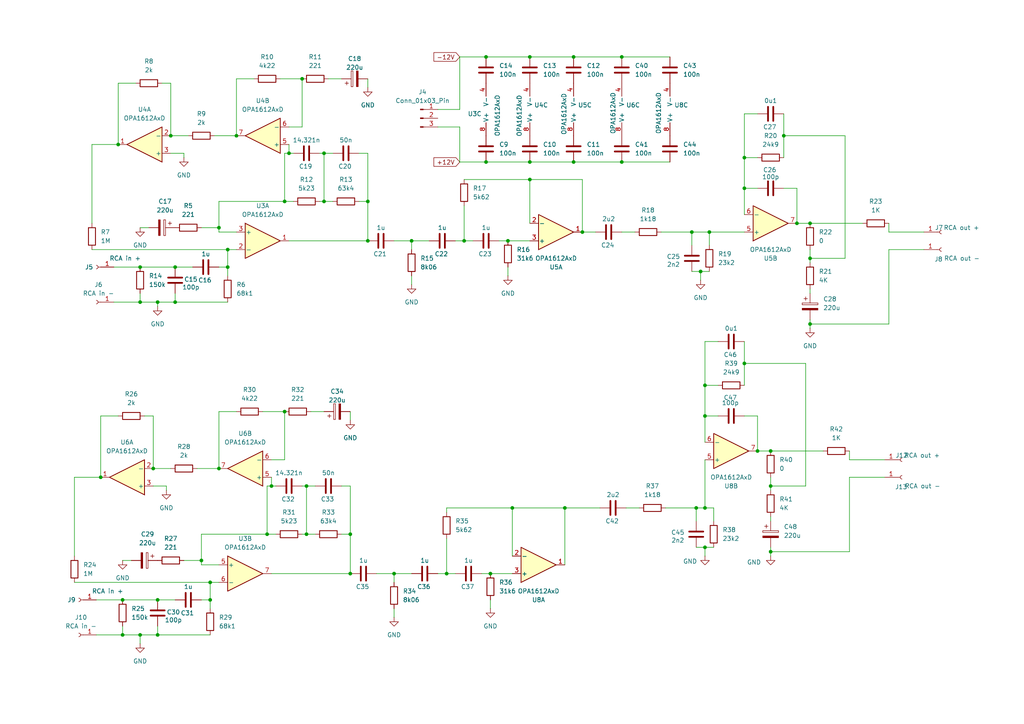
<source format=kicad_sch>
(kicad_sch (version 20250114) (generator "eeschema") (generator_version "9.0")
  (paper "A4")
  (title_block (title "PHONO PREAMP") (date "2025-08-05") (rev "1.0") (company "Chapuzas S.L."))
  (junction (at 40.64 184.15))
  (junction (at 93.98 44.45))
  (junction (at 88.9 154.94))
  (junction (at 106.68 58.42))
  (junction (at 50.8 87.63))
  (junction (at 204.47 158.75))
  (junction (at 82.55 58.42))
  (junction (at 153.67 52.07))
  (junction (at 119.38 69.85))
  (junction (at 49.53 39.37))
  (junction (at 205.74 67.31))
  (junction (at 134.62 69.85))
  (junction (at 147.32 69.85))
  (junction (at 234.95 64.77))
  (junction (at 44.45 135.89))
  (junction (at 215.9 54.61))
  (junction (at 166.37 46.99))
  (junction (at 140.97 46.99))
  (junction (at 234.95 93.98))
  (junction (at 83.82 44.45))
  (junction (at 66.04 72.39))
  (junction (at 180.34 46.99))
  (junction (at 153.67 46.99))
  (junction (at 35.56 173.99))
  (junction (at 66.04 77.47))
  (junction (at 60.96 173.99))
  (junction (at 153.67 16.51))
  (junction (at 45.72 87.63))
  (junction (at 204.47 120.65))
  (junction (at 163.83 147.32))
  (junction (at 34.29 41.91))
  (junction (at 78.74 140.97))
  (junction (at 215.9 45.72))
  (junction (at 168.91 67.31))
  (junction (at 68.58 39.37))
  (junction (at 45.72 184.15))
  (junction (at 40.64 77.47))
  (junction (at 77.47 154.94))
  (junction (at 63.5 135.89))
  (junction (at 58.42 162.56))
  (junction (at 201.93 147.32))
  (junction (at 203.2 78.74))
  (junction (at 50.8 77.47))
  (junction (at 166.37 16.51))
  (junction (at 129.54 166.37))
  (junction (at 60.96 168.91))
  (junction (at 63.5 66.04))
  (junction (at 231.14 64.77))
  (junction (at 219.71 130.81))
  (junction (at 88.9 140.97))
  (junction (at 101.6 154.94))
  (junction (at 200.66 67.31))
  (junction (at 148.59 147.32))
  (junction (at 223.52 160.02))
  (junction (at 204.47 147.32))
  (junction (at 227.33 39.37))
  (junction (at 223.52 140.97))
  (junction (at 82.55 119.38))
  (junction (at 234.95 74.93))
  (junction (at 180.34 16.51))
  (junction (at 45.72 173.99))
  (junction (at 140.97 16.51))
  (junction (at 87.63 22.86))
  (junction (at 106.68 69.85))
  (junction (at 142.24 166.37))
  (junction (at 101.6 166.37))
  (junction (at 29.21 138.43))
  (junction (at 223.52 130.81))
  (junction (at 93.98 58.42))
  (junction (at 215.9 105.41))
  (junction (at 204.47 111.76))
  (junction (at 35.56 184.15))
  (junction (at 40.64 87.63))
  (junction (at 114.3 166.37))
  (wire (pts (xy 168.91 67.31) (xy 172.72 67.31)))
  (wire (pts (xy 63.5 58.42) (xy 82.55 58.42)))
  (wire (pts (xy 208.28 99.06) (xy 204.47 99.06)))
  (wire (pts (xy 234.95 92.71) (xy 234.95 93.98)))
  (wire (pts (xy 133.35 16.51) (xy 133.35 31.75)))
  (wire (pts (xy 63.5 77.47) (xy 66.04 77.47)))
  (wire (pts (xy 215.9 45.72) (xy 219.71 45.72)))
  (wire (pts (xy 234.95 64.77) (xy 250.19 64.77)))
  (wire (pts (xy 208.28 120.65) (xy 204.47 120.65)))
  (wire (pts (xy 29.21 120.65) (xy 29.21 138.43)))
  (wire (pts (xy 147.32 77.47) (xy 147.32 80.01)))
  (wire (pts (xy 44.45 135.89) (xy 44.45 120.65)))
  (wire (pts (xy 35.56 181.61) (xy 35.56 184.15)))
  (wire (pts (xy 106.68 58.42) (xy 104.14 58.42)))
  (wire (pts (xy 203.2 78.74) (xy 205.74 78.74)))
  (wire (pts (xy 219.71 54.61) (xy 215.9 54.61)))
  (wire (pts (xy 49.53 24.13) (xy 46.99 24.13)))
  (wire (pts (xy 58.42 163.83) (xy 58.42 162.56)))
  (wire (pts (xy 50.8 85.09) (xy 50.8 87.63)))
  (wire (pts (xy 66.04 72.39) (xy 66.04 77.47)))
  (wire (pts (xy 119.38 69.85) (xy 119.38 72.39)))
  (wire (pts (xy 62.23 39.37) (xy 68.58 39.37)))
  (wire (pts (xy 204.47 120.65) (xy 204.47 128.27)))
  (wire (pts (xy 88.9 154.94) (xy 91.44 154.94)))
  (wire (pts (xy 246.38 138.43) (xy 246.38 160.02)))
  (wire (pts (xy 215.9 33.02) (xy 215.9 45.72)))
  (wire (pts (xy 26.67 72.39) (xy 66.04 72.39)))
  (wire (pts (xy 129.54 156.21) (xy 129.54 166.37)))
  (wire (pts (xy 49.53 44.45) (xy 53.34 44.45)))
  (wire (pts (xy 33.02 77.47) (xy 40.64 77.47)))
  (wire (pts (xy 223.52 140.97) (xy 223.52 142.24)))
  (wire (pts (xy 82.55 133.35) (xy 82.55 119.38)))
  (wire (pts (xy 257.81 67.31) (xy 257.81 64.77)))
  (wire (pts (xy 106.68 69.85) (xy 106.68 58.42)))
  (wire (pts (xy 129.54 166.37) (xy 132.08 166.37)))
  (wire (pts (xy 233.68 140.97) (xy 223.52 140.97)))
  (wire (pts (xy 153.67 52.07) (xy 168.91 52.07)))
  (wire (pts (xy 204.47 133.35) (xy 204.47 147.32)))
  (wire (pts (xy 148.59 147.32) (xy 163.83 147.32)))
  (wire (pts (xy 78.74 166.37) (xy 101.6 166.37)))
  (wire (pts (xy 48.26 140.97) (xy 48.26 142.24)))
  (wire (pts (xy 40.64 66.04) (xy 43.18 66.04)))
  (wire (pts (xy 50.8 77.47) (xy 55.88 77.47)))
  (wire (pts (xy 44.45 135.89) (xy 49.53 135.89)))
  (wire (pts (xy 201.93 147.32) (xy 201.93 151.13)))
  (wire (pts (xy 80.01 140.97) (xy 78.74 140.97)))
  (wire (pts (xy 82.55 44.45) (xy 82.55 58.42)))
  (wire (pts (xy 219.71 130.81) (xy 223.52 130.81)))
  (wire (pts (xy 58.42 154.94) (xy 77.47 154.94)))
  (wire (pts (xy 153.67 52.07) (xy 153.67 64.77)))
  (wire (pts (xy 127 166.37) (xy 129.54 166.37)))
  (wire (pts (xy 57.15 135.89) (xy 63.5 135.89)))
  (wire (pts (xy 101.6 166.37) (xy 101.6 154.94)))
  (wire (pts (xy 53.34 162.56) (xy 58.42 162.56)))
  (wire (pts (xy 231.14 64.77) (xy 234.95 64.77)))
  (wire (pts (xy 234.95 83.82) (xy 234.95 85.09)))
  (wire (pts (xy 231.14 54.61) (xy 231.14 64.77)))
  (wire (pts (xy 148.59 147.32) (xy 148.59 161.29)))
  (wire (pts (xy 233.68 105.41) (xy 233.68 140.97)))
  (wire (pts (xy 101.6 140.97) (xy 99.06 140.97)))
  (wire (pts (xy 133.35 46.99) (xy 140.97 46.99)))
  (wire (pts (xy 234.95 72.39) (xy 234.95 74.93)))
  (wire (pts (xy 87.63 140.97) (xy 88.9 140.97)))
  (wire (pts (xy 134.62 59.69) (xy 134.62 69.85)))
  (wire (pts (xy 88.9 140.97) (xy 91.44 140.97)))
  (wire (pts (xy 204.47 158.75) (xy 204.47 161.29)))
  (wire (pts (xy 40.64 77.47) (xy 50.8 77.47)))
  (wire (pts (xy 181.61 147.32) (xy 185.42 147.32)))
  (wire (pts (xy 166.37 16.51) (xy 180.34 16.51)))
  (wire (pts (xy 200.66 67.31) (xy 200.66 71.12)))
  (wire (pts (xy 63.5 67.31) (xy 68.58 67.31)))
  (wire (pts (xy 83.82 69.85) (xy 106.68 69.85)))
  (wire (pts (xy 215.9 45.72) (xy 215.9 54.61)))
  (wire (pts (xy 168.91 52.07) (xy 168.91 67.31)))
  (wire (pts (xy 134.62 69.85) (xy 137.16 69.85)))
  (wire (pts (xy 234.95 74.93) (xy 234.95 76.2)))
  (wire (pts (xy 223.52 160.02) (xy 223.52 161.29)))
  (wire (pts (xy 267.97 67.31) (xy 257.81 67.31)))
  (wire (pts (xy 207.01 151.13) (xy 207.01 147.32)))
  (wire (pts (xy 106.68 44.45) (xy 106.68 58.42)))
  (wire (pts (xy 77.47 154.94) (xy 80.01 154.94)))
  (wire (pts (xy 60.96 168.91) (xy 60.96 173.99)))
  (wire (pts (xy 21.59 138.43) (xy 29.21 138.43)))
  (wire (pts (xy 60.96 176.53) (xy 60.96 173.99)))
  (wire (pts (xy 219.71 33.02) (xy 215.9 33.02)))
  (wire (pts (xy 140.97 16.51) (xy 133.35 16.51)))
  (wire (pts (xy 267.97 72.39) (xy 257.81 72.39)))
  (wire (pts (xy 256.54 138.43) (xy 246.38 138.43)))
  (wire (pts (xy 34.29 120.65) (xy 29.21 120.65)))
  (wire (pts (xy 26.67 41.91) (xy 26.67 64.77)))
  (wire (pts (xy 200.66 78.74) (xy 203.2 78.74)))
  (wire (pts (xy 203.2 78.74) (xy 203.2 81.28)))
  (wire (pts (xy 101.6 119.38) (xy 101.6 121.92)))
  (wire (pts (xy 76.2 119.38) (xy 82.55 119.38)))
  (wire (pts (xy 215.9 105.41) (xy 233.68 105.41)))
  (wire (pts (xy 227.33 39.37) (xy 227.33 45.72)))
  (wire (pts (xy 90.17 119.38) (xy 93.98 119.38)))
  (wire (pts (xy 63.5 58.42) (xy 63.5 66.04)))
  (wire (pts (xy 114.3 166.37) (xy 119.38 166.37)))
  (wire (pts (xy 191.77 67.31) (xy 200.66 67.31)))
  (wire (pts (xy 49.53 39.37) (xy 54.61 39.37)))
  (wire (pts (xy 66.04 80.01) (xy 66.04 77.47)))
  (wire (pts (xy 27.94 173.99) (xy 35.56 173.99)))
  (wire (pts (xy 147.32 69.85) (xy 153.67 69.85)))
  (wire (pts (xy 166.37 46.99) (xy 180.34 46.99)))
  (wire (pts (xy 223.52 149.86) (xy 223.52 151.13)))
  (wire (pts (xy 205.74 67.31) (xy 215.9 67.31)))
  (wire (pts (xy 223.52 138.43) (xy 223.52 140.97)))
  (wire (pts (xy 26.67 41.91) (xy 34.29 41.91)))
  (wire (pts (xy 134.62 52.07) (xy 153.67 52.07)))
  (wire (pts (xy 133.35 36.83) (xy 127 36.83)))
  (wire (pts (xy 83.82 44.45) (xy 82.55 44.45)))
  (wire (pts (xy 85.09 44.45) (xy 83.82 44.45)))
  (wire (pts (xy 153.67 46.99) (xy 166.37 46.99)))
  (wire (pts (xy 50.8 87.63) (xy 66.04 87.63)))
  (wire (pts (xy 204.47 111.76) (xy 204.47 120.65)))
  (wire (pts (xy 27.94 184.15) (xy 35.56 184.15)))
  (wire (pts (xy 44.45 140.97) (xy 48.26 140.97)))
  (wire (pts (xy 201.93 158.75) (xy 204.47 158.75)))
  (wire (pts (xy 35.56 162.56) (xy 38.1 162.56)))
  (wire (pts (xy 101.6 140.97) (xy 101.6 154.94)))
  (wire (pts (xy 109.22 166.37) (xy 114.3 166.37)))
  (wire (pts (xy 21.59 138.43) (xy 21.59 161.29)))
  (wire (pts (xy 21.59 168.91) (xy 60.96 168.91)))
  (wire (pts (xy 73.66 22.86) (xy 68.58 22.86)))
  (wire (pts (xy 45.72 173.99) (xy 50.8 173.99)))
  (wire (pts (xy 40.64 87.63) (xy 45.72 87.63)))
  (wire (pts (xy 114.3 176.53) (xy 114.3 179.07)))
  (wire (pts (xy 39.37 24.13) (xy 34.29 24.13)))
  (wire (pts (xy 119.38 69.85) (xy 124.46 69.85)))
  (wire (pts (xy 132.08 69.85) (xy 134.62 69.85)))
  (wire (pts (xy 227.33 39.37) (xy 245.11 39.37)))
  (wire (pts (xy 133.35 31.75) (xy 127 31.75)))
  (wire (pts (xy 68.58 119.38) (xy 63.5 119.38)))
  (wire (pts (xy 58.42 154.94) (xy 58.42 162.56)))
  (wire (pts (xy 256.54 133.35) (xy 246.38 133.35)))
  (wire (pts (xy 53.34 44.45) (xy 53.34 45.72)))
  (wire (pts (xy 34.29 24.13) (xy 34.29 41.91)))
  (wire (pts (xy 227.33 54.61) (xy 231.14 54.61)))
  (wire (pts (xy 63.5 67.31) (xy 63.5 66.04)))
  (wire (pts (xy 223.52 158.75) (xy 223.52 160.02)))
  (wire (pts (xy 50.8 87.63) (xy 45.72 87.63)))
  (wire (pts (xy 77.47 140.97) (xy 77.47 154.94)))
  (wire (pts (xy 142.24 166.37) (xy 148.59 166.37)))
  (wire (pts (xy 95.25 22.86) (xy 99.06 22.86)))
  (wire (pts (xy 180.34 67.31) (xy 184.15 67.31)))
  (wire (pts (xy 83.82 36.83) (xy 87.63 36.83)))
  (wire (pts (xy 215.9 99.06) (xy 215.9 105.41)))
  (wire (pts (xy 92.71 44.45) (xy 93.98 44.45)))
  (wire (pts (xy 81.28 22.86) (xy 87.63 22.86)))
  (wire (pts (xy 205.74 67.31) (xy 200.66 67.31)))
  (wire (pts (xy 180.34 16.51) (xy 194.31 16.51)))
  (wire (pts (xy 204.47 147.32) (xy 201.93 147.32)))
  (wire (pts (xy 204.47 99.06) (xy 204.47 111.76)))
  (wire (pts (xy 207.01 147.32) (xy 204.47 147.32)))
  (wire (pts (xy 68.58 22.86) (xy 68.58 39.37)))
  (wire (pts (xy 114.3 69.85) (xy 119.38 69.85)))
  (wire (pts (xy 234.95 93.98) (xy 234.95 95.25)))
  (wire (pts (xy 35.56 173.99) (xy 45.72 173.99)))
  (wire (pts (xy 93.98 44.45) (xy 93.98 58.42)))
  (wire (pts (xy 163.83 147.32) (xy 163.83 163.83)))
  (wire (pts (xy 245.11 74.93) (xy 234.95 74.93)))
  (wire (pts (xy 139.7 166.37) (xy 142.24 166.37)))
  (wire (pts (xy 92.71 58.42) (xy 93.98 58.42)))
  (wire (pts (xy 78.74 138.43) (xy 78.74 140.97)))
  (wire (pts (xy 223.52 130.81) (xy 238.76 130.81)))
  (wire (pts (xy 63.5 119.38) (xy 63.5 135.89)))
  (wire (pts (xy 40.64 85.09) (xy 40.64 87.63)))
  (wire (pts (xy 204.47 111.76) (xy 208.28 111.76)))
  (wire (pts (xy 119.38 80.01) (xy 119.38 82.55)))
  (wire (pts (xy 114.3 166.37) (xy 114.3 168.91)))
  (wire (pts (xy 58.42 66.04) (xy 63.5 66.04)))
  (wire (pts (xy 205.74 71.12) (xy 205.74 67.31)))
  (wire (pts (xy 215.9 54.61) (xy 215.9 62.23)))
  (wire (pts (xy 106.68 44.45) (xy 104.14 44.45)))
  (wire (pts (xy 40.64 184.15) (xy 40.64 186.69)))
  (wire (pts (xy 35.56 184.15) (xy 40.64 184.15)))
  (wire (pts (xy 106.68 22.86) (xy 106.68 25.4)))
  (wire (pts (xy 93.98 44.45) (xy 96.52 44.45)))
  (wire (pts (xy 219.71 120.65) (xy 219.71 130.81)))
  (wire (pts (xy 45.72 184.15) (xy 40.64 184.15)))
  (wire (pts (xy 93.98 58.42) (xy 96.52 58.42)))
  (wire (pts (xy 33.02 87.63) (xy 40.64 87.63)))
  (wire (pts (xy 83.82 41.91) (xy 83.82 44.45)))
  (wire (pts (xy 257.81 72.39) (xy 257.81 93.98)))
  (wire (pts (xy 215.9 105.41) (xy 215.9 111.76)))
  (wire (pts (xy 45.72 181.61) (xy 45.72 184.15)))
  (wire (pts (xy 215.9 120.65) (xy 219.71 120.65)))
  (wire (pts (xy 101.6 154.94) (xy 99.06 154.94)))
  (wire (pts (xy 142.24 173.99) (xy 142.24 176.53)))
  (wire (pts (xy 133.35 36.83) (xy 133.35 46.99)))
  (wire (pts (xy 82.55 58.42) (xy 85.09 58.42)))
  (wire (pts (xy 245.11 39.37) (xy 245.11 74.93)))
  (wire (pts (xy 63.5 168.91) (xy 60.96 168.91)))
  (wire (pts (xy 87.63 154.94) (xy 88.9 154.94)))
  (wire (pts (xy 68.58 72.39) (xy 66.04 72.39)))
  (wire (pts (xy 140.97 46.99) (xy 153.67 46.99)))
  (wire (pts (xy 44.45 120.65) (xy 41.91 120.65)))
  (wire (pts (xy 49.53 39.37) (xy 49.53 24.13)))
  (wire (pts (xy 129.54 147.32) (xy 129.54 148.59)))
  (wire (pts (xy 58.42 163.83) (xy 63.5 163.83)))
  (wire (pts (xy 129.54 147.32) (xy 148.59 147.32)))
  (wire (pts (xy 45.72 87.63) (xy 45.72 88.9)))
  (wire (pts (xy 58.42 173.99) (xy 60.96 173.99)))
  (wire (pts (xy 78.74 140.97) (xy 77.47 140.97)))
  (wire (pts (xy 153.67 16.51) (xy 166.37 16.51)))
  (wire (pts (xy 227.33 33.02) (xy 227.33 39.37)))
  (wire (pts (xy 180.34 46.99) (xy 194.31 46.99)))
  (wire (pts (xy 163.83 147.32) (xy 173.99 147.32)))
  (wire (pts (xy 45.72 184.15) (xy 60.96 184.15)))
  (wire (pts (xy 193.04 147.32) (xy 201.93 147.32)))
  (wire (pts (xy 78.74 133.35) (xy 82.55 133.35)))
  (wire (pts (xy 88.9 140.97) (xy 88.9 154.94)))
  (wire (pts (xy 140.97 16.51) (xy 153.67 16.51)))
  (wire (pts (xy 87.63 36.83) (xy 87.63 22.86)))
  (wire (pts (xy 246.38 160.02) (xy 223.52 160.02)))
  (wire (pts (xy 257.81 93.98) (xy 234.95 93.98)))
  (wire (pts (xy 246.38 133.35) (xy 246.38 130.81)))
  (wire (pts (xy 204.47 158.75) (xy 207.01 158.75)))
  (wire (pts (xy 144.78 69.85) (xy 147.32 69.85)))
  (global_label "-12V" (shape input) (at 133.35 16.51 180) (property "Intersheetrefs" "${INTERSHEET_REFS}" (effects (hide yes))))
  (global_label "+12V" (shape input) (at 133.35 46.99 180) (property "Intersheetrefs" "${INTERSHEET_REFS}" (effects (hide yes))))
  (symbol (lib_id "Device:R") (at 53.34 135.89 270) (unit 1)
    (property "Reference" "R28" (at 53.34 129.54 90))
    (property "Value" "2k" (at 53.34 132.08 90))
    (property "Footprint" "Resistor_SMD:R_0805_2012Metric_Pad1.20x1.40mm_HandSolder" (effects (hide yes)))
    (property "Description" "Resistor" (effects (hide yes)))
  )
  (symbol (lib_id "power:GND") (at 101.6 121.92 0) (unit 1)
    (property "Reference" "#PWR013" (effects (hide yes)))
    (property "Value" "GND" (at 101.6 127 0))
    (property "Description" "Power symbol creates a global label with name \"GND\" , ground" (effects (hide yes)))
  )
  (symbol (lib_id "power:GND") (at 48.26 142.24 0) (unit 1)
    (property "Reference" "#PWR012" (effects (hide yes)))
    (property "Value" "GND" (at 48.26 147.32 0))
    (property "Description" "Power symbol creates a global label with name \"GND\" , ground" (effects (hide yes)))
  )
  (symbol (lib_id "Device:R") (at 88.9 58.42 270) (unit 1)
    (property "Reference" "R12" (at 88.9 52.07 90))
    (property "Value" "5k23" (at 88.9 54.61 90))
    (property "Footprint" "Resistor_SMD:R_0805_2012Metric_Pad1.20x1.40mm_HandSolder" (effects (hide yes)))
    (property "Description" "Resistor" (effects (hide yes)))
  )
  (symbol (lib_id "Connector:Conn_01x01_Socket") (at 261.62 133.35 0) (unit 1)
    (property "Reference" "J12" (at 259.7149 132.08 0) (effects (justify left)))
    (property "Value" "RCA out +" (at 262.2549 132.08 0) (effects (justify left)))
    (property "Footprint" "Connector_Wire:SolderWire-0.5sqmm_1x01_D0.9mm_OD2.1mm" (effects (hide yes)))
    (property "Description" "Generic connector, single row, 01x01, script generated" (effects (hide yes)))
  )
  (symbol (lib_id "power:GND") (at 234.95 95.25 0) (unit 1)
    (property "Reference" "#PWR09" (effects (hide yes)))
    (property "Value" "GND" (at 234.95 100.33 0))
    (property "Description" "Power symbol creates a global label with name \"GND\" , ground" (effects (hide yes)))
  )
  (symbol (lib_id "Device:C") (at 83.82 140.97 90) (unit 1)
    (property "Reference" "C32" (at 83.566 144.78 90))
    (property "Value" "14.321n" (at 83.82 137.16 90))
    (property "Footprint" "Capacitor_SMD:C_0805_2012Metric_Pad1.18x1.45mm_HandSolder" (effects (hide yes)))
    (property "Description" "Unpolarized capacitor" (effects (hide yes)))
  )
  (symbol (lib_id "Device:R") (at 205.74 74.93 180) (unit 1)
    (property "Reference" "R19" (at 208.28 73.6599 0) (effects (justify right)))
    (property "Value" "23k2" (at 208.28 76.1999 0) (effects (justify right)))
    (property "Footprint" "Resistor_SMD:R_0805_2012Metric_Pad1.20x1.40mm_HandSolder" (effects (hide yes)))
    (property "Description" "Resistor" (effects (hide yes)))
  )
  (symbol (lib_id "Device:R") (at 49.53 162.56 90) (unit 1)
    (property "Reference" "R27" (at 49.53 156.21 90))
    (property "Value" "221" (at 49.53 158.75 90))
    (property "Footprint" "Resistor_SMD:R_0805_2012Metric_Pad1.20x1.40mm_HandSolder" (effects (hide yes)))
    (property "Description" "Resistor" (effects (hide yes)))
  )
  (symbol (lib_id "Amplifier_Operational:OPA1612AxD") (at 36.83 138.43 180) (unit 1)
    (property "Reference" "U6" (at 36.83 128.27 0))
    (property "Value" "OPA1612AxD" (at 36.83 130.81 0))
    (property "Footprint" "Package_SO:SOIC-8_3.9x4.9mm_P1.27mm" (effects (hide yes)))
    (property "Datasheet" "http://www.ti.com/lit/ds/symlink/opa1612.pdf" (effects (hide yes)))
    (property "Description" "Dual SoundPlus High Performance, Bipolar-Input Audio Operational Amplifiers, SOIC-8" (effects (hide yes)))
  )
  (symbol (lib_id "Amplifier_Operational:OPA1612AxD") (at 71.12 135.89 180) (unit 2)
    (property "Reference" "U6" (at 71.12 125.73 0))
    (property "Value" "OPA1612AxD" (at 71.12 128.27 0))
    (property "Footprint" "Package_SO:SOIC-8_3.9x4.9mm_P1.27mm" (effects (hide yes)))
    (property "Datasheet" "http://www.ti.com/lit/ds/symlink/opa1612.pdf" (effects (hide yes)))
    (property "Description" "Dual SoundPlus High Performance, Bipolar-Input Audio Operational Amplifiers, SOIC-8" (effects (hide yes)))
  )
  (symbol (lib_id "Amplifier_Operational:OPA1612AxD") (at 191.77 31.75 180) (unit 3)
    (property "Reference" "U8" (at 195.58 30.4799 0) (effects (justify right)))
    (property "Value" "OPA1612AxD" (at 191.008 38.862 90) (effects (justify right)))
    (property "Footprint" "Package_SO:SOIC-8_3.9x4.9mm_P1.27mm" (effects (hide yes)))
    (property "Datasheet" "http://www.ti.com/lit/ds/symlink/opa1612.pdf" (effects (hide yes)))
    (property "Description" "Dual SoundPlus High Performance, Bipolar-Input Audio Operational Amplifiers, SOIC-8" (effects (hide yes)))
  )
  (symbol (lib_id "power:GND") (at 203.2 81.28 0) (unit 1)
    (property "Reference" "#PWR08" (effects (hide yes)))
    (property "Value" "GND" (at 203.2 86.36 0))
    (property "Description" "Power symbol creates a global label with name \"GND\" , ground" (effects (hide yes)))
  )
  (symbol (lib_id "Device:R") (at 212.09 111.76 270) (unit 1)
    (property "Reference" "R39" (at 212.09 105.41 90))
    (property "Value" "24k9" (at 212.09 107.95 90))
    (property "Footprint" "Resistor_SMD:R_0805_2012Metric_Pad1.20x1.40mm_HandSolder" (effects (hide yes)))
    (property "Description" "Resistor" (effects (hide yes)))
  )
  (symbol (lib_id "Device:R") (at 134.62 55.88 180) (unit 1)
    (property "Reference" "R17" (at 137.16 54.6099 0) (effects (justify right)))
    (property "Value" "5k62" (at 137.16 57.1499 0) (effects (justify right)))
    (property "Footprint" "Resistor_SMD:R_0805_2012Metric_Pad1.20x1.40mm_HandSolder" (effects (hide yes)))
    (property "Description" "Resistor" (effects (hide yes)))
  )
  (symbol (lib_id "Device:C") (at 123.19 166.37 90) (unit 1)
    (property "Reference" "C36" (at 122.936 170.18 90))
    (property "Value" "1u" (at 123.19 162.56 90))
    (property "Footprint" "Capacitor_SMD:C_0805_2012Metric_Pad1.18x1.45mm_HandSolder" (effects (hide yes)))
    (property "Description" "Unpolarized capacitor" (effects (hide yes)))
  )
  (symbol (lib_id "Device:C") (at 45.72 177.8 0) (unit 1)
    (property "Reference" "C30" (at 50.292 177.546 0))
    (property "Value" "100p" (at 50.292 179.832 0))
    (property "Footprint" "Capacitor_SMD:C_0805_2012Metric_Pad1.18x1.45mm_HandSolder" (effects (hide yes)))
    (property "Description" "Unpolarized capacitor" (effects (hide yes)))
  )
  (symbol (lib_id "Device:C") (at 176.53 67.31 90) (unit 1)
    (property "Reference" "C24" (at 176.276 71.12 90))
    (property "Value" "2u2" (at 176.53 63.5 90))
    (property "Footprint" "Capacitor_SMD:C_0805_2012Metric_Pad1.18x1.45mm_HandSolder" (effects (hide yes)))
    (property "Description" "Unpolarized capacitor" (effects (hide yes)))
  )
  (symbol (lib_id "Amplifier_Operational:OPA1612AxD") (at 223.52 64.77 0) (mirror x) (unit 2)
    (property "Reference" "U5" (at 223.52 74.93 0))
    (property "Value" "OPA1612AxD" (at 223.52 72.39 0))
    (property "Footprint" "Package_SO:SOIC-8_3.9x4.9mm_P1.27mm" (effects (hide yes)))
    (property "Datasheet" "http://www.ti.com/lit/ds/symlink/opa1612.pdf" (effects (hide yes)))
    (property "Description" "Dual SoundPlus High Performance, Bipolar-Input Audio Operational Amplifiers, SOIC-8" (effects (hide yes)))
  )
  (symbol (lib_id "Device:C_Polarized") (at 234.95 88.9 0) (unit 1)
    (property "Reference" "C28" (at 238.76 86.7409 0) (effects (justify left)))
    (property "Value" "220u" (at 238.76 89.2809 0) (effects (justify left)))
    (property "Footprint" "Capacitor_SMD:CP_Elec_8x10" (effects (hide yes)))
    (property "Description" "Polarized capacitor" (effects (hide yes)))
  )
  (symbol (lib_id "Device:C_Polarized") (at 97.79 119.38 90) (unit 1)
    (property "Reference" "C34" (at 97.79 113.538 90))
    (property "Value" "220u" (at 97.79 116.078 90))
    (property "Footprint" "Capacitor_SMD:CP_Elec_8x10" (effects (hide yes)))
    (property "Description" "Polarized capacitor" (effects (hide yes)))
  )
  (symbol (lib_id "Connector:Conn_01x01_Socket") (at 22.86 173.99 180) (unit 1)
    (property "Reference" "J9" (at 19.558 173.99 0) (effects (justify right)))
    (property "Value" "RCA in +" (at 26.67 171.45 0) (effects (justify right)))
    (property "Footprint" "Connector_Wire:SolderWire-0.5sqmm_1x01_D0.9mm_OD2.1mm" (effects (hide yes)))
    (property "Description" "Generic connector, single row, 01x01, script generated" (effects (hide yes)))
  )
  (symbol (lib_id "Device:C") (at 177.8 147.32 90) (unit 1)
    (property "Reference" "C42" (at 177.546 151.13 90))
    (property "Value" "2u2" (at 177.8 143.51 90))
    (property "Footprint" "Capacitor_SMD:C_0805_2012Metric_Pad1.18x1.45mm_HandSolder" (effects (hide yes)))
    (property "Description" "Unpolarized capacitor" (effects (hide yes)))
  )
  (symbol (lib_id "Amplifier_Operational:OPA1612AxD") (at 177.8 31.75 180) (unit 3)
    (property "Reference" "U6" (at 181.61 30.4799 0) (effects (justify right)))
    (property "Value" "OPA1612AxD" (at 177.8 38.862 90) (effects (justify right)))
    (property "Footprint" "Package_SO:SOIC-8_3.9x4.9mm_P1.27mm" (effects (hide yes)))
    (property "Datasheet" "http://www.ti.com/lit/ds/symlink/opa1612.pdf" (effects (hide yes)))
    (property "Description" "Dual SoundPlus High Performance, Bipolar-Input Audio Operational Amplifiers, SOIC-8" (effects (hide yes)))
  )
  (symbol (lib_id "Device:R") (at 142.24 170.18 180) (unit 1)
    (property "Reference" "R36" (at 144.78 168.9099 0) (effects (justify right)))
    (property "Value" "31k6" (at 144.78 171.4499 0) (effects (justify right)))
    (property "Footprint" "Resistor_SMD:R_0805_2012Metric_Pad1.20x1.40mm_HandSolder" (effects (hide yes)))
    (property "Description" "Resistor" (effects (hide yes)))
  )
  (symbol (lib_id "Device:C") (at 135.89 166.37 90) (unit 1)
    (property "Reference" "C37" (at 135.636 170.18 90))
    (property "Value" "1u" (at 135.89 162.56 90))
    (property "Footprint" "Capacitor_SMD:C_0805_2012Metric_Pad1.18x1.45mm_HandSolder" (effects (hide yes)))
    (property "Description" "Unpolarized capacitor" (effects (hide yes)))
  )
  (symbol (lib_id "Device:C") (at 105.41 166.37 90) (unit 1)
    (property "Reference" "C35" (at 105.156 170.18 90))
    (property "Value" "1u" (at 105.41 162.56 90))
    (property "Footprint" "Capacitor_SMD:C_0805_2012Metric_Pad1.18x1.45mm_HandSolder" (effects (hide yes)))
    (property "Description" "Unpolarized capacitor" (effects (hide yes)))
  )
  (symbol (lib_id "Device:C_Polarized") (at 223.52 154.94 0) (unit 1)
    (property "Reference" "C48" (at 227.33 152.7809 0) (effects (justify left)))
    (property "Value" "220u" (at 227.33 155.3209 0) (effects (justify left)))
    (property "Footprint" "Capacitor_SMD:CP_Elec_8x10" (effects (hide yes)))
    (property "Description" "Polarized capacitor" (effects (hide yes)))
  )
  (symbol (lib_id "Device:C") (at 194.31 20.32 0) (unit 1)
    (property "Reference" "C43" (at 198.12 19.0499 0) (effects (justify left)))
    (property "Value" "100n" (at 198.12 21.5899 0) (effects (justify left)))
    (property "Footprint" "Capacitor_SMD:C_0805_2012Metric_Pad1.18x1.45mm_HandSolder" (effects (hide yes)))
    (property "Description" "Unpolarized capacitor" (effects (hide yes)))
  )
  (symbol (lib_id "Device:R") (at 234.95 68.58 0) (unit 1)
    (property "Reference" "R22" (at 237.49 67.3099 0) (effects (justify left)))
    (property "Value" "0" (at 237.49 69.8499 0) (effects (justify left)))
    (property "Footprint" "Resistor_SMD:R_0805_2012Metric_Pad1.20x1.40mm_HandSolder" (effects (hide yes)))
    (property "Description" "Resistor" (effects (hide yes)))
  )
  (symbol (lib_id "Amplifier_Operational:OPA1612AxD") (at 161.29 67.31 0) (mirror x) (unit 1)
    (property "Reference" "U5" (at 161.29 77.47 0))
    (property "Value" "OPA1612AxD" (at 161.29 74.93 0))
    (property "Footprint" "Package_SO:SOIC-8_3.9x4.9mm_P1.27mm" (effects (hide yes)))
    (property "Datasheet" "http://www.ti.com/lit/ds/symlink/opa1612.pdf" (effects (hide yes)))
    (property "Description" "Dual SoundPlus High Performance, Bipolar-Input Audio Operational Amplifiers, SOIC-8" (effects (hide yes)))
  )
  (symbol (lib_id "Device:C") (at 223.52 54.61 90) (unit 1)
    (property "Reference" "C26" (at 223.266 49.276 90))
    (property "Value" "100p" (at 223.52 51.308 90))
    (property "Footprint" "Capacitor_SMD:C_0805_2012Metric_Pad1.18x1.45mm_HandSolder" (effects (hide yes)))
    (property "Description" "Unpolarized capacitor" (effects (hide yes)))
  )
  (symbol (lib_id "Device:R") (at 58.42 39.37 270) (unit 1)
    (property "Reference" "R9" (at 58.42 33.02 90))
    (property "Value" "2k" (at 58.42 35.56 90))
    (property "Footprint" "Resistor_SMD:R_0805_2012Metric_Pad1.20x1.40mm_HandSolder" (effects (hide yes)))
    (property "Description" "Resistor" (effects (hide yes)))
  )
  (symbol (lib_id "Device:C") (at 180.34 43.18 0) (unit 1)
    (property "Reference" "C41" (at 184.15 41.9099 0) (effects (justify left)))
    (property "Value" "100n" (at 184.15 44.4499 0) (effects (justify left)))
    (property "Footprint" "Capacitor_SMD:C_0805_2012Metric_Pad1.18x1.45mm_HandSolder" (effects (hide yes)))
    (property "Description" "Unpolarized capacitor" (effects (hide yes)))
  )
  (symbol (lib_id "Device:R") (at 35.56 177.8 180) (unit 1)
    (property "Reference" "R25" (at 38.1 176.5299 0) (effects (justify right)))
    (property "Value" "150k" (at 38.1 179.0699 0) (effects (justify right)))
    (property "Footprint" "Resistor_SMD:R_0805_2012Metric_Pad1.20x1.40mm_HandSolder" (effects (hide yes)))
    (property "Description" "Resistor" (effects (hide yes)))
  )
  (symbol (lib_id "Device:R") (at 83.82 154.94 270) (unit 1)
    (property "Reference" "R31" (at 83.82 148.59 90))
    (property "Value" "5k23" (at 83.82 151.13 90))
    (property "Footprint" "Resistor_SMD:R_0805_2012Metric_Pad1.20x1.40mm_HandSolder" (effects (hide yes)))
    (property "Description" "Resistor" (effects (hide yes)))
  )
  (symbol (lib_id "Device:C") (at 166.37 20.32 0) (unit 1)
    (property "Reference" "C12" (at 170.18 19.0499 0) (effects (justify left)))
    (property "Value" "100n" (at 170.18 21.5899 0) (effects (justify left)))
    (property "Footprint" "Capacitor_SMD:C_0805_2012Metric_Pad1.18x1.45mm_HandSolder" (effects (hide yes)))
    (property "Description" "Unpolarized capacitor" (effects (hide yes)))
  )
  (symbol (lib_id "Device:R") (at 91.44 22.86 270) (unit 1)
    (property "Reference" "R11" (at 91.44 16.51 90))
    (property "Value" "221" (at 91.44 19.05 90))
    (property "Footprint" "Resistor_SMD:R_0805_2012Metric_Pad1.20x1.40mm_HandSolder" (effects (hide yes)))
    (property "Description" "Resistor" (effects (hide yes)))
  )
  (symbol (lib_id "Device:R") (at 60.96 180.34 180) (unit 1)
    (property "Reference" "R29" (at 63.5 179.0699 0) (effects (justify right)))
    (property "Value" "68k1" (at 63.5 181.6099 0) (effects (justify right)))
    (property "Footprint" "Resistor_SMD:R_0805_2012Metric_Pad1.20x1.40mm_HandSolder" (effects (hide yes)))
    (property "Description" "Resistor" (effects (hide yes)))
  )
  (symbol (lib_id "Device:C_Polarized") (at 41.91 162.56 270) (unit 1)
    (property "Reference" "C29" (at 42.799 154.94 90))
    (property "Value" "220u" (at 42.799 157.48 90))
    (property "Footprint" "Capacitor_SMD:CP_Elec_8x10" (effects (hide yes)))
    (property "Description" "Polarized capacitor" (effects (hide yes)))
  )
  (symbol (lib_id "Device:C") (at 140.97 69.85 90) (unit 1)
    (property "Reference" "C23" (at 140.716 73.66 90))
    (property "Value" "1u" (at 140.97 66.04 90))
    (property "Footprint" "Capacitor_SMD:C_0805_2012Metric_Pad1.18x1.45mm_HandSolder" (effects (hide yes)))
    (property "Description" "Unpolarized capacitor" (effects (hide yes)))
  )
  (symbol (lib_id "Device:R") (at 187.96 67.31 270) (unit 1)
    (property "Reference" "R18" (at 187.96 60.96 90))
    (property "Value" "1k18" (at 187.96 63.5 90))
    (property "Footprint" "Resistor_SMD:R_0805_2012Metric_Pad1.20x1.40mm_HandSolder" (effects (hide yes)))
    (property "Description" "Resistor" (effects (hide yes)))
  )
  (symbol (lib_id "Device:R") (at 21.59 165.1 180) (unit 1)
    (property "Reference" "R24" (at 24.13 163.8299 0) (effects (justify right)))
    (property "Value" "1M" (at 24.13 166.3699 0) (effects (justify right)))
    (property "Footprint" "Resistor_SMD:R_0805_2012Metric_Pad1.20x1.40mm_HandSolder" (effects (hide yes)))
    (property "Description" "Resistor" (effects (hide yes)))
  )
  (symbol (lib_id "power:GND") (at 53.34 45.72 0) (unit 1)
    (property "Reference" "#PWR03" (effects (hide yes)))
    (property "Value" "GND" (at 53.34 50.8 0))
    (property "Description" "Power symbol creates a global label with name \"GND\" , ground" (effects (hide yes)))
  )
  (symbol (lib_id "Device:R") (at 254 64.77 270) (unit 1)
    (property "Reference" "R23" (at 254 58.42 90))
    (property "Value" "1K" (at 254 60.96 90))
    (property "Footprint" "Resistor_SMD:R_0805_2012Metric_Pad1.20x1.40mm_HandSolder" (effects (hide yes)))
    (property "Description" "Resistor" (effects (hide yes)))
  )
  (symbol (lib_id "Device:C") (at 140.97 20.32 0) (unit 1)
    (property "Reference" "C14" (at 144.78 19.0499 0) (effects (justify left)))
    (property "Value" "100n" (at 144.78 21.5899 0) (effects (justify left)))
    (property "Footprint" "Capacitor_SMD:C_0805_2012Metric_Pad1.18x1.45mm_HandSolder" (effects (hide yes)))
    (property "Description" "Unpolarized capacitor" (effects (hide yes)))
  )
  (symbol (lib_id "Device:C_Polarized") (at 46.99 66.04 270) (unit 1)
    (property "Reference" "C17" (at 47.879 58.42 90))
    (property "Value" "220u" (at 47.879 60.96 90))
    (property "Footprint" "Capacitor_SMD:CP_Elec_8x10" (effects (hide yes)))
    (property "Description" "Polarized capacitor" (effects (hide yes)))
  )
  (symbol (lib_id "Amplifier_Operational:OPA1612AxD") (at 163.83 31.75 180) (unit 3)
    (property "Reference" "U5" (at 167.64 30.4799 0) (effects (justify right)))
    (property "Value" "OPA1612AxD" (at 163.576 39.116 90) (effects (justify right)))
    (property "Footprint" "Package_SO:SOIC-8_3.9x4.9mm_P1.27mm" (effects (hide yes)))
    (property "Datasheet" "http://www.ti.com/lit/ds/symlink/opa1612.pdf" (effects (hide yes)))
    (property "Description" "Dual SoundPlus High Performance, Bipolar-Input Audio Operational Amplifiers, SOIC-8" (effects (hide yes)))
  )
  (symbol (lib_id "Device:C") (at 153.67 20.32 0) (unit 1)
    (property "Reference" "C13" (at 157.48 19.0499 0) (effects (justify left)))
    (property "Value" "100n" (at 157.48 21.5899 0) (effects (justify left)))
    (property "Footprint" "Capacitor_SMD:C_0805_2012Metric_Pad1.18x1.45mm_HandSolder" (effects (hide yes)))
    (property "Description" "Unpolarized capacitor" (effects (hide yes)))
  )
  (symbol (lib_id "power:GND") (at 45.72 88.9 0) (unit 1)
    (property "Reference" "#PWR02" (effects (hide yes)))
    (property "Value" "GND" (at 45.72 93.98 0))
    (property "Description" "Power symbol creates a global label with name \"GND\" , ground" (effects (hide yes)))
  )
  (symbol (lib_id "Device:C") (at 201.93 154.94 0) (unit 1)
    (property "Reference" "C45" (at 196.596 154.432 0))
    (property "Value" "2n2" (at 196.596 156.718 0))
    (property "Footprint" "Capacitor_SMD:C_0805_2012Metric_Pad1.18x1.45mm_HandSolder" (effects (hide yes)))
    (property "Description" "Unpolarized capacitor" (effects (hide yes)))
  )
  (symbol (lib_id "Device:R") (at 40.64 81.28 180) (unit 1)
    (property "Reference" "R14" (at 43.18 80.0099 0) (effects (justify right)))
    (property "Value" "150k" (at 43.18 82.5499 0) (effects (justify right)))
    (property "Footprint" "Resistor_SMD:R_0805_2012Metric_Pad1.20x1.40mm_HandSolder" (effects (hide yes)))
    (property "Description" "Resistor" (effects (hide yes)))
  )
  (symbol (lib_id "Device:R") (at 100.33 58.42 270) (unit 1)
    (property "Reference" "R13" (at 100.33 52.07 90))
    (property "Value" "63k4" (at 100.33 54.61 90))
    (property "Footprint" "Resistor_SMD:R_0805_2012Metric_Pad1.20x1.40mm_HandSolder" (effects (hide yes)))
    (property "Description" "Resistor" (effects (hide yes)))
  )
  (symbol (lib_id "Device:R") (at 86.36 119.38 270) (unit 1)
    (property "Reference" "R32" (at 86.36 113.03 90))
    (property "Value" "221" (at 86.36 115.57 90))
    (property "Footprint" "Resistor_SMD:R_0805_2012Metric_Pad1.20x1.40mm_HandSolder" (effects (hide yes)))
    (property "Description" "Resistor" (effects (hide yes)))
  )
  (symbol (lib_id "power:GND") (at 40.64 66.04 0) (unit 1)
    (property "Reference" "#PWR04" (effects (hide yes)))
    (property "Value" "GND" (at 40.64 71.12 0))
    (property "Description" "Power symbol creates a global label with name \"GND\" , ground" (effects (hide yes)))
  )
  (symbol (lib_id "Device:R") (at 234.95 80.01 0) (unit 1)
    (property "Reference" "R21" (at 237.49 78.7399 0) (effects (justify left)))
    (property "Value" "4K" (at 237.49 81.2799 0) (effects (justify left)))
    (property "Footprint" "Resistor_SMD:R_0805_2012Metric_Pad1.20x1.40mm_HandSolder" (effects (hide yes)))
    (property "Description" "Resistor" (effects (hide yes)))
  )
  (symbol (lib_id "Device:R") (at 129.54 152.4 180) (unit 1)
    (property "Reference" "R35" (at 132.08 151.1299 0) (effects (justify right)))
    (property "Value" "5k62" (at 132.08 153.6699 0) (effects (justify right)))
    (property "Footprint" "Resistor_SMD:R_0805_2012Metric_Pad1.20x1.40mm_HandSolder" (effects (hide yes)))
    (property "Description" "Resistor" (effects (hide yes)))
  )
  (symbol (lib_id "Device:R") (at 207.01 154.94 180) (unit 1)
    (property "Reference" "R38" (at 209.55 153.6699 0) (effects (justify right)))
    (property "Value" "23k2" (at 209.55 156.2099 0) (effects (justify right)))
    (property "Footprint" "Resistor_SMD:R_0805_2012Metric_Pad1.20x1.40mm_HandSolder" (effects (hide yes)))
    (property "Description" "Resistor" (effects (hide yes)))
  )
  (symbol (lib_id "Device:C") (at 110.49 69.85 90) (unit 1)
    (property "Reference" "C21" (at 110.236 73.66 90))
    (property "Value" "1u" (at 110.49 66.04 90))
    (property "Footprint" "Capacitor_SMD:C_0805_2012Metric_Pad1.18x1.45mm_HandSolder" (effects (hide yes)))
    (property "Description" "Unpolarized capacitor" (effects (hide yes)))
  )
  (symbol (lib_id "Device:R") (at 223.52 134.62 0) (unit 1)
    (property "Reference" "R40" (at 226.06 133.3499 0) (effects (justify left)))
    (property "Value" "0" (at 226.06 135.8899 0) (effects (justify left)))
    (property "Footprint" "Resistor_SMD:R_0805_2012Metric_Pad1.20x1.40mm_HandSolder" (effects (hide yes)))
    (property "Description" "Resistor" (effects (hide yes)))
  )
  (symbol (lib_id "Device:R") (at 114.3 172.72 180) (unit 1)
    (property "Reference" "R34" (at 116.84 171.4499 0) (effects (justify right)))
    (property "Value" "8k06" (at 116.84 173.9899 0) (effects (justify right)))
    (property "Footprint" "Resistor_SMD:R_0805_2012Metric_Pad1.20x1.40mm_HandSolder" (effects (hide yes)))
    (property "Description" "Resistor" (effects (hide yes)))
  )
  (symbol (lib_id "Amplifier_Operational:OPA1612AxD") (at 41.91 41.91 180) (unit 1)
    (property "Reference" "U4" (at 41.91 31.75 0))
    (property "Value" "OPA1612AxD" (at 41.91 34.29 0))
    (property "Footprint" "Package_SO:SOIC-8_3.9x4.9mm_P1.27mm" (effects (hide yes)))
    (property "Datasheet" "http://www.ti.com/lit/ds/symlink/opa1612.pdf" (effects (hide yes)))
    (property "Description" "Dual SoundPlus High Performance, Bipolar-Input Audio Operational Amplifiers, SOIC-8" (effects (hide yes)))
  )
  (symbol (lib_id "power:GND") (at 142.24 176.53 0) (unit 1)
    (property "Reference" "#PWR015" (effects (hide yes)))
    (property "Value" "GND" (at 142.24 181.61 0))
    (property "Description" "Power symbol creates a global label with name \"GND\" , ground" (effects (hide yes)))
  )
  (symbol (lib_id "Device:C") (at 200.66 74.93 0) (unit 1)
    (property "Reference" "C25" (at 195.326 74.422 0))
    (property "Value" "2n2" (at 195.326 76.708 0))
    (property "Footprint" "Capacitor_SMD:C_0805_2012Metric_Pad1.18x1.45mm_HandSolder" (effects (hide yes)))
    (property "Description" "Unpolarized capacitor" (effects (hide yes)))
  )
  (symbol (lib_id "Device:R") (at 72.39 119.38 270) (unit 1)
    (property "Reference" "R30" (at 72.39 113.03 90))
    (property "Value" "4k22" (at 72.39 115.57 90))
    (property "Footprint" "Resistor_SMD:R_0805_2012Metric_Pad1.20x1.40mm_HandSolder" (effects (hide yes)))
    (property "Description" "Resistor" (effects (hide yes)))
  )
  (symbol (lib_id "Device:R") (at 43.18 24.13 270) (unit 1)
    (property "Reference" "R8" (at 43.18 17.78 90))
    (property "Value" "2k" (at 43.18 20.32 90))
    (property "Footprint" "Resistor_SMD:R_0805_2012Metric_Pad1.20x1.40mm_HandSolder" (effects (hide yes)))
    (property "Description" "Resistor" (effects (hide yes)))
  )
  (symbol (lib_id "Device:C") (at 140.97 43.18 0) (unit 1)
    (property "Reference" "C9" (at 144.78 41.9099 0) (effects (justify left)))
    (property "Value" "100n" (at 144.78 44.4499 0) (effects (justify left)))
    (property "Footprint" "Capacitor_SMD:C_0805_2012Metric_Pad1.18x1.45mm_HandSolder" (effects (hide yes)))
    (property "Description" "Unpolarized capacitor" (effects (hide yes)))
  )
  (symbol (lib_id "Device:C") (at 166.37 43.18 0) (unit 1)
    (property "Reference" "C11" (at 170.18 41.9099 0) (effects (justify left)))
    (property "Value" "100n" (at 170.18 44.4499 0) (effects (justify left)))
    (property "Footprint" "Capacitor_SMD:C_0805_2012Metric_Pad1.18x1.45mm_HandSolder" (effects (hide yes)))
    (property "Description" "Unpolarized capacitor" (effects (hide yes)))
  )
  (symbol (lib_id "Device:C") (at 50.8 81.28 0) (unit 1)
    (property "Reference" "C15" (at 55.372 81.026 0))
    (property "Value" "100p" (at 55.372 83.312 0))
    (property "Footprint" "Capacitor_SMD:C_0805_2012Metric_Pad1.18x1.45mm_HandSolder" (effects (hide yes)))
    (property "Description" "Unpolarized capacitor" (effects (hide yes)))
  )
  (symbol (lib_id "Device:R") (at 242.57 130.81 270) (unit 1)
    (property "Reference" "R42" (at 242.57 124.46 90))
    (property "Value" "1K" (at 242.57 127 90))
    (property "Footprint" "Resistor_SMD:R_0805_2012Metric_Pad1.20x1.40mm_HandSolder" (effects (hide yes)))
    (property "Description" "Resistor" (effects (hide yes)))
  )
  (symbol (lib_id "Connector:Conn_01x01_Socket") (at 22.86 184.15 180) (unit 1)
    (property "Reference" "J10" (at 23.495 179.07 0))
    (property "Value" "RCA in -" (at 23.495 181.61 0))
    (property "Footprint" "Connector_Wire:SolderWire-0.5sqmm_1x01_D0.9mm_OD2.1mm" (effects (hide yes)))
    (property "Description" "Generic connector, single row, 01x01, script generated" (effects (hide yes)))
  )
  (symbol (lib_id "Device:C") (at 100.33 44.45 90) (unit 1)
    (property "Reference" "C20" (at 100.076 48.26 90))
    (property "Value" "50n" (at 100.33 40.64 90))
    (property "Footprint" "Capacitor_SMD:C_0805_2012Metric_Pad1.18x1.45mm_HandSolder" (effects (hide yes)))
    (property "Description" "Unpolarized capacitor" (effects (hide yes)))
  )
  (symbol (lib_id "Device:R") (at 77.47 22.86 270) (unit 1)
    (property "Reference" "R10" (at 77.47 16.51 90))
    (property "Value" "4k22" (at 77.47 19.05 90))
    (property "Footprint" "Resistor_SMD:R_0805_2012Metric_Pad1.20x1.40mm_HandSolder" (effects (hide yes)))
    (property "Description" "Resistor" (effects (hide yes)))
  )
  (symbol (lib_id "Device:C") (at 153.67 43.18 0) (unit 1)
    (property "Reference" "C10" (at 157.48 41.9099 0) (effects (justify left)))
    (property "Value" "100n" (at 157.48 44.4499 0) (effects (justify left)))
    (property "Footprint" "Capacitor_SMD:C_0805_2012Metric_Pad1.18x1.45mm_HandSolder" (effects (hide yes)))
    (property "Description" "Unpolarized capacitor" (effects (hide yes)))
  )
  (symbol (lib_id "Connector:Conn_01x01_Socket") (at 261.62 138.43 0) (unit 1)
    (property "Reference" "J13" (at 259.588 141.224 0) (effects (justify left)))
    (property "Value" "RCA out -" (at 262.382 140.97 0) (effects (justify left)))
    (property "Footprint" "Connector_Wire:SolderWire-0.5sqmm_1x01_D0.9mm_OD2.1mm" (effects (hide yes)))
    (property "Description" "Generic connector, single row, 01x01, script generated" (effects (hide yes)))
  )
  (symbol (lib_id "Device:C") (at 59.69 77.47 90) (unit 1)
    (property "Reference" "C16" (at 59.436 81.28 90))
    (property "Value" "1u" (at 59.69 73.66 90))
    (property "Footprint" "Capacitor_SMD:C_0805_2012Metric_Pad1.18x1.45mm_HandSolder" (effects (hide yes)))
    (property "Description" "Unpolarized capacitor" (effects (hide yes)))
  )
  (symbol (lib_id "Device:R") (at 223.52 45.72 270) (unit 1)
    (property "Reference" "R20" (at 223.52 39.37 90))
    (property "Value" "24k9" (at 223.52 41.91 90))
    (property "Footprint" "Resistor_SMD:R_0805_2012Metric_Pad1.20x1.40mm_HandSolder" (effects (hide yes)))
    (property "Description" "Resistor" (effects (hide yes)))
  )
  (symbol (lib_id "Device:C") (at 223.52 33.02 90) (unit 1)
    (property "Reference" "C27" (at 223.266 36.83 90))
    (property "Value" "0u1" (at 223.52 29.21 90))
    (property "Footprint" "Capacitor_SMD:C_0805_2012Metric_Pad1.18x1.45mm_HandSolder" (effects (hide yes)))
    (property "Description" "Unpolarized capacitor" (effects (hide yes)))
  )
  (symbol (lib_id "Connector:Conn_01x01_Socket") (at 273.05 67.31 0) (unit 1)
    (property "Reference" "J7" (at 271.1449 66.04 0) (effects (justify left)))
    (property "Value" "RCA out +" (at 273.6849 66.04 0) (effects (justify left)))
    (property "Footprint" "Connector_Wire:SolderWire-0.5sqmm_1x01_D0.9mm_OD2.1mm" (effects (hide yes)))
    (property "Description" "Generic connector, single row, 01x01, script generated" (effects (hide yes)))
  )
  (symbol (lib_id "Device:R") (at 26.67 68.58 180) (unit 1)
    (property "Reference" "R7" (at 29.21 67.3099 0) (effects (justify right)))
    (property "Value" "1M" (at 29.21 69.8499 0) (effects (justify right)))
    (property "Footprint" "Resistor_SMD:R_0805_2012Metric_Pad1.20x1.40mm_HandSolder" (effects (hide yes)))
    (property "Description" "Resistor" (effects (hide yes)))
  )
  (symbol (lib_id "Device:C") (at 54.61 173.99 90) (unit 1)
    (property "Reference" "C31" (at 54.356 177.8 90))
    (property "Value" "1u" (at 54.61 170.18 90))
    (property "Footprint" "Capacitor_SMD:C_0805_2012Metric_Pad1.18x1.45mm_HandSolder" (effects (hide yes)))
    (property "Description" "Unpolarized capacitor" (effects (hide yes)))
  )
  (symbol (lib_id "power:GND") (at 147.32 80.01 0) (unit 1)
    (property "Reference" "#PWR07" (effects (hide yes)))
    (property "Value" "GND" (at 147.32 85.09 0))
    (property "Description" "Power symbol creates a global label with name \"GND\" , ground" (effects (hide yes)))
  )
  (symbol (lib_id "Connector:Conn_01x01_Socket") (at 27.94 87.63 180) (unit 1)
    (property "Reference" "J6" (at 28.575 82.55 0))
    (property "Value" "RCA in -" (at 28.575 85.09 0))
    (property "Footprint" "Connector_Wire:SolderWire-0.5sqmm_1x01_D0.9mm_OD2.1mm" (effects (hide yes)))
    (property "Description" "Generic connector, single row, 01x01, script generated" (effects (hide yes)))
  )
  (symbol (lib_id "Amplifier_Operational:OPA1612AxD") (at 76.2 39.37 180) (unit 2)
    (property "Reference" "U4" (at 76.2 29.21 0))
    (property "Value" "OPA1612AxD" (at 76.2 31.75 0))
    (property "Footprint" "Package_SO:SOIC-8_3.9x4.9mm_P1.27mm" (effects (hide yes)))
    (property "Datasheet" "http://www.ti.com/lit/ds/symlink/opa1612.pdf" (effects (hide yes)))
    (property "Description" "Dual SoundPlus High Performance, Bipolar-Input Audio Operational Amplifiers, SOIC-8" (effects (hide yes)))
  )
  (symbol (lib_id "Device:R") (at 54.61 66.04 90) (unit 1)
    (property "Reference" "R5" (at 54.61 59.69 90))
    (property "Value" "221" (at 54.61 62.23 90))
    (property "Footprint" "Resistor_SMD:R_0805_2012Metric_Pad1.20x1.40mm_HandSolder" (effects (hide yes)))
    (property "Description" "Resistor" (effects (hide yes)))
  )
  (symbol (lib_id "Device:R") (at 66.04 83.82 180) (unit 1)
    (property "Reference" "R6" (at 68.58 82.5499 0) (effects (justify right)))
    (property "Value" "68k1" (at 68.58 85.0899 0) (effects (justify right)))
    (property "Footprint" "Resistor_SMD:R_0805_2012Metric_Pad1.20x1.40mm_HandSolder" (effects (hide yes)))
    (property "Description" "Resistor" (effects (hide yes)))
  )
  (symbol (lib_id "Device:C") (at 88.9 44.45 90) (unit 1)
    (property "Reference" "C19" (at 88.646 48.26 90))
    (property "Value" "14.321n" (at 88.9 40.64 90))
    (property "Footprint" "Capacitor_SMD:C_0805_2012Metric_Pad1.18x1.45mm_HandSolder" (effects (hide yes)))
    (property "Description" "Unpolarized capacitor" (effects (hide yes)))
  )
  (symbol (lib_id "Amplifier_Operational:OPA1612AxD") (at 76.2 69.85 0) (unit 1)
    (property "Reference" "U3" (at 76.2 59.69 0))
    (property "Value" "OPA1612AxD" (at 76.2 62.23 0))
    (property "Footprint" "Package_SO:SOIC-8_3.9x4.9mm_P1.27mm" (effects (hide yes)))
    (property "Datasheet" "http://www.ti.com/lit/ds/symlink/opa1612.pdf" (effects (hide yes)))
    (property "Description" "Dual SoundPlus High Performance, Bipolar-Input Audio Operational Amplifiers, SOIC-8" (effects (hide yes)))
  )
  (symbol (lib_id "Connector:Conn_01x03_Pin") (at 121.92 34.29 0) (unit 1)
    (property "Reference" "J4" (at 122.555 26.67 0))
    (property "Value" "Conn_01x03_Pin" (at 122.555 29.21 0))
    (property "Footprint" "Connector_Molex:Molex_KK-254_AE-6410-03A_1x03_P2.54mm_Vertical" (effects (hide yes)))
    (property "Description" "Generic connector, single row, 01x03, script generated" (effects (hide yes)))
  )
  (symbol (lib_id "Amplifier_Operational:OPA1612AxD") (at 156.21 163.83 0) (mirror x) (unit 1)
    (property "Reference" "U8" (at 156.21 173.99 0))
    (property "Value" "OPA1612AxD" (at 156.21 171.45 0))
    (property "Footprint" "Package_SO:SOIC-8_3.9x4.9mm_P1.27mm" (effects (hide yes)))
    (property "Datasheet" "http://www.ti.com/lit/ds/symlink/opa1612.pdf" (effects (hide yes)))
    (property "Description" "Dual SoundPlus High Performance, Bipolar-Input Audio Operational Amplifiers, SOIC-8" (effects (hide yes)))
  )
  (symbol (lib_id "Connector:Conn_01x01_Socket") (at 273.05 72.39 0) (unit 1)
    (property "Reference" "J8" (at 271.018 75.184 0) (effects (justify left)))
    (property "Value" "RCA out -" (at 273.812 74.93 0) (effects (justify left)))
    (property "Footprint" "Connector_Wire:SolderWire-0.5sqmm_1x01_D0.9mm_OD2.1mm" (effects (hide yes)))
    (property "Description" "Generic connector, single row, 01x01, script generated" (effects (hide yes)))
  )
  (symbol (lib_id "Amplifier_Operational:OPA1612AxD") (at 138.43 31.75 180) (unit 3)
    (property "Reference" "U3" (at 139.7 33.0201 0) (effects (justify left)))
    (property "Value" "OPA1612AxD" (at 144.272 27.432 90) (effects (justify left)))
    (property "Footprint" "Package_SO:SOIC-8_3.9x4.9mm_P1.27mm" (effects (hide yes)))
    (property "Datasheet" "http://www.ti.com/lit/ds/symlink/opa1612.pdf" (effects (hide yes)))
    (property "Description" "Dual SoundPlus High Performance, Bipolar-Input Audio Operational Amplifiers, SOIC-8" (effects (hide yes)))
  )
  (symbol (lib_id "Connector:Conn_01x01_Socket") (at 27.94 77.47 180) (unit 1)
    (property "Reference" "J5" (at 24.638 77.47 0) (effects (justify right)))
    (property "Value" "RCA in +" (at 31.75 74.93 0) (effects (justify right)))
    (property "Footprint" "Connector_Wire:SolderWire-0.5sqmm_1x01_D0.9mm_OD2.1mm" (effects (hide yes)))
    (property "Description" "Generic connector, single row, 01x01, script generated" (effects (hide yes)))
  )
  (symbol (lib_id "Device:C") (at 212.09 120.65 90) (unit 1)
    (property "Reference" "C47" (at 211.836 115.316 90))
    (property "Value" "100p" (at 211.836 116.84 90))
    (property "Footprint" "Capacitor_SMD:C_0805_2012Metric_Pad1.18x1.45mm_HandSolder" (effects (hide yes)))
    (property "Description" "Unpolarized capacitor" (effects (hide yes)))
  )
  (symbol (lib_id "power:GND") (at 223.52 161.29 0) (unit 1)
    (property "Reference" "#PWR017" (effects (hide yes)))
    (property "Value" "GND" (at 218.694 163.068 0))
    (property "Description" "Power symbol creates a global label with name \"GND\" , ground" (effects (hide yes)))
  )
  (symbol (lib_id "Amplifier_Operational:OPA1612AxD") (at 71.12 166.37 0) (unit 2)
    (property "Reference" "U3" (at 71.12 156.21 0))
    (property "Value" "OPA1612AxD" (at 71.12 158.75 0))
    (property "Footprint" "Package_SO:SOIC-8_3.9x4.9mm_P1.27mm" (effects (hide yes)))
    (property "Datasheet" "http://www.ti.com/lit/ds/symlink/opa1612.pdf" (effects (hide yes)))
    (property "Description" "Dual SoundPlus High Performance, Bipolar-Input Audio Operational Amplifiers, SOIC-8" (effects (hide yes)))
  )
  (symbol (lib_id "Device:C") (at 212.09 99.06 90) (unit 1)
    (property "Reference" "C46" (at 211.836 102.87 90))
    (property "Value" "0u1" (at 212.09 95.25 90))
    (property "Footprint" "Capacitor_SMD:C_0805_2012Metric_Pad1.18x1.45mm_HandSolder" (effects (hide yes)))
    (property "Description" "Unpolarized capacitor" (effects (hide yes)))
  )
  (symbol (lib_id "Device:C") (at 180.34 20.32 0) (unit 1)
    (property "Reference" "C40" (at 184.15 19.0499 0) (effects (justify left)))
    (property "Value" "100n" (at 184.15 21.5899 0) (effects (justify left)))
    (property "Footprint" "Capacitor_SMD:C_0805_2012Metric_Pad1.18x1.45mm_HandSolder" (effects (hide yes)))
    (property "Description" "Unpolarized capacitor" (effects (hide yes)))
  )
  (symbol (lib_id "Device:C_Polarized") (at 102.87 22.86 90) (unit 1)
    (property "Reference" "C18" (at 102.87 17.018 90))
    (property "Value" "220u" (at 102.87 19.558 90))
    (property "Footprint" "Capacitor_SMD:CP_Elec_8x10" (effects (hide yes)))
    (property "Description" "Polarized capacitor" (effects (hide yes)))
  )
  (symbol (lib_id "power:GND") (at 106.68 25.4 0) (unit 1)
    (property "Reference" "#PWR05" (effects (hide yes)))
    (property "Value" "GND" (at 106.68 30.48 0))
    (property "Description" "Power symbol creates a global label with name \"GND\" , ground" (effects (hide yes)))
  )
  (symbol (lib_id "Device:R") (at 95.25 154.94 270) (unit 1)
    (property "Reference" "R33" (at 95.25 148.59 90))
    (property "Value" "63k4" (at 95.25 151.13 90))
    (property "Footprint" "Resistor_SMD:R_0805_2012Metric_Pad1.20x1.40mm_HandSolder" (effects (hide yes)))
    (property "Description" "Resistor" (effects (hide yes)))
  )
  (symbol (lib_id "Device:C") (at 95.25 140.97 90) (unit 1)
    (property "Reference" "C33" (at 94.996 144.78 90))
    (property "Value" "50n" (at 95.25 137.16 90))
    (property "Footprint" "Capacitor_SMD:C_0805_2012Metric_Pad1.18x1.45mm_HandSolder" (effects (hide yes)))
    (property "Description" "Unpolarized capacitor" (effects (hide yes)))
  )
  (symbol (lib_id "power:GND") (at 40.64 186.69 0) (unit 1)
    (property "Reference" "#PWR011" (effects (hide yes)))
    (property "Value" "GND" (at 40.64 191.77 0))
    (property "Description" "Power symbol creates a global label with name \"GND\" , ground" (effects (hide yes)))
  )
  (symbol (lib_id "power:GND") (at 119.38 82.55 0) (unit 1)
    (property "Reference" "#PWR06" (effects (hide yes)))
    (property "Value" "GND" (at 119.38 87.63 0))
    (property "Description" "Power symbol creates a global label with name \"GND\" , ground" (effects (hide yes)))
  )
  (symbol (lib_id "Device:R") (at 223.52 146.05 0) (unit 1)
    (property "Reference" "R41" (at 226.06 144.7799 0) (effects (justify left)))
    (property "Value" "4K" (at 226.06 147.3199 0) (effects (justify left)))
    (property "Footprint" "Resistor_SMD:R_0805_2012Metric_Pad1.20x1.40mm_HandSolder" (effects (hide yes)))
    (property "Description" "Resistor" (effects (hide yes)))
  )
  (symbol (lib_id "power:GND") (at 204.47 161.29 0) (unit 1)
    (property "Reference" "#PWR016" (effects (hide yes)))
    (property "Value" "GND" (at 200.152 162.814 0))
    (property "Description" "Power symbol creates a global label with name \"GND\" , ground" (effects (hide yes)))
  )
  (symbol (lib_id "Device:C") (at 194.31 43.18 0) (unit 1)
    (property "Reference" "C44" (at 198.12 41.9099 0) (effects (justify left)))
    (property "Value" "100n" (at 198.12 44.4499 0) (effects (justify left)))
    (property "Footprint" "Capacitor_SMD:C_0805_2012Metric_Pad1.18x1.45mm_HandSolder" (effects (hide yes)))
    (property "Description" "Unpolarized capacitor" (effects (hide yes)))
  )
  (symbol (lib_id "power:GND") (at 114.3 179.07 0) (unit 1)
    (property "Reference" "#PWR014" (effects (hide yes)))
    (property "Value" "GND" (at 114.3 184.15 0))
    (property "Description" "Power symbol creates a global label with name \"GND\" , ground" (effects (hide yes)))
  )
  (symbol (lib_id "Device:R") (at 119.38 76.2 180) (unit 1)
    (property "Reference" "R15" (at 121.92 74.9299 0) (effects (justify right)))
    (property "Value" "8k06" (at 121.92 77.4699 0) (effects (justify right)))
    (property "Footprint" "Resistor_SMD:R_0805_2012Metric_Pad1.20x1.40mm_HandSolder" (effects (hide yes)))
    (property "Description" "Resistor" (effects (hide yes)))
  )
  (symbol (lib_id "Device:R") (at 189.23 147.32 270) (unit 1)
    (property "Reference" "R37" (at 189.23 140.97 90))
    (property "Value" "1k18" (at 189.23 143.51 90))
    (property "Footprint" "Resistor_SMD:R_0805_2012Metric_Pad1.20x1.40mm_HandSolder" (effects (hide yes)))
    (property "Description" "Resistor" (effects (hide yes)))
  )
  (symbol (lib_id "Device:R") (at 147.32 73.66 180) (unit 1)
    (property "Reference" "R16" (at 149.86 72.3899 0) (effects (justify right)))
    (property "Value" "31k6" (at 149.86 74.9299 0) (effects (justify right)))
    (property "Footprint" "Resistor_SMD:R_0805_2012Metric_Pad1.20x1.40mm_HandSolder" (effects (hide yes)))
    (property "Description" "Resistor" (effects (hide yes)))
  )
  (symbol (lib_id "power:GND") (at 35.56 162.56 0) (unit 1)
    (property "Reference" "#PWR010" (effects (hide yes)))
    (property "Value" "GND" (at 35.56 167.64 0))
    (property "Description" "Power symbol creates a global label with name \"GND\" , ground" (effects (hide yes)))
  )
  (symbol (lib_id "Amplifier_Operational:OPA1612AxD") (at 212.09 130.81 0) (mirror x) (unit 2)
    (property "Reference" "U8" (at 212.09 140.97 0))
    (property "Value" "OPA1612AxD" (at 212.09 138.43 0))
    (property "Footprint" "Package_SO:SOIC-8_3.9x4.9mm_P1.27mm" (effects (hide yes)))
    (property "Datasheet" "http://www.ti.com/lit/ds/symlink/opa1612.pdf" (effects (hide yes)))
    (property "Description" "Dual SoundPlus High Performance, Bipolar-Input Audio Operational Amplifiers, SOIC-8" (effects (hide yes)))
  )
  (symbol (lib_id "Device:R") (at 38.1 120.65 270) (unit 1)
    (property "Reference" "R26" (at 38.1 114.3 90))
    (property "Value" "2k" (at 38.1 116.84 90))
    (property "Footprint" "Resistor_SMD:R_0805_2012Metric_Pad1.20x1.40mm_HandSolder" (effects (hide yes)))
    (property "Description" "Resistor" (effects (hide yes)))
  )
  (symbol (lib_id "Device:C") (at 128.27 69.85 90) (unit 1)
    (property "Reference" "C22" (at 128.016 73.66 90))
    (property "Value" "1u" (at 128.27 66.04 90))
    (property "Footprint" "Capacitor_SMD:C_0805_2012Metric_Pad1.18x1.45mm_HandSolder" (effects (hide yes)))
    (property "Description" "Unpolarized capacitor" (effects (hide yes)))
  )
  (symbol (lib_id "Amplifier_Operational:OPA1612AxD") (at 151.13 31.75 180) (unit 3)
    (property "Reference" "U4" (at 154.94 30.4799 0) (effects (justify right)))
    (property "Value" "OPA1612AxD" (at 150.622 39.624 90) (effects (justify right)))
    (property "Footprint" "Package_SO:SOIC-8_3.9x4.9mm_P1.27mm" (effects (hide yes)))
    (property "Datasheet" "http://www.ti.com/lit/ds/symlink/opa1612.pdf" (effects (hide yes)))
    (property "Description" "Dual SoundPlus High Performance, Bipolar-Input Audio Operational Amplifiers, SOIC-8" (effects (hide yes)))
  )
)
</source>
